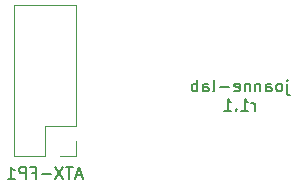
<source format=gbr>
%TF.GenerationSoftware,KiCad,Pcbnew,7.0.9-1.fc39*%
%TF.CreationDate,2023-12-29T10:13:10-08:00*%
%TF.ProjectId,supermicro-ATX-PCB,73757065-726d-4696-9372-6f2d4154582d,rev?*%
%TF.SameCoordinates,Original*%
%TF.FileFunction,Legend,Bot*%
%TF.FilePolarity,Positive*%
%FSLAX46Y46*%
G04 Gerber Fmt 4.6, Leading zero omitted, Abs format (unit mm)*
G04 Created by KiCad (PCBNEW 7.0.9-1.fc39) date 2023-12-29 10:13:10*
%MOMM*%
%LPD*%
G01*
G04 APERTURE LIST*
%ADD10C,0.150000*%
%ADD11C,0.120000*%
G04 APERTURE END LIST*
D10*
X123403809Y-73913152D02*
X123403809Y-74770295D01*
X123403809Y-74770295D02*
X123451428Y-74865533D01*
X123451428Y-74865533D02*
X123546666Y-74913152D01*
X123546666Y-74913152D02*
X123594285Y-74913152D01*
X123403809Y-73579819D02*
X123451428Y-73627438D01*
X123451428Y-73627438D02*
X123403809Y-73675057D01*
X123403809Y-73675057D02*
X123356190Y-73627438D01*
X123356190Y-73627438D02*
X123403809Y-73579819D01*
X123403809Y-73579819D02*
X123403809Y-73675057D01*
X122784762Y-74579819D02*
X122880000Y-74532200D01*
X122880000Y-74532200D02*
X122927619Y-74484580D01*
X122927619Y-74484580D02*
X122975238Y-74389342D01*
X122975238Y-74389342D02*
X122975238Y-74103628D01*
X122975238Y-74103628D02*
X122927619Y-74008390D01*
X122927619Y-74008390D02*
X122880000Y-73960771D01*
X122880000Y-73960771D02*
X122784762Y-73913152D01*
X122784762Y-73913152D02*
X122641905Y-73913152D01*
X122641905Y-73913152D02*
X122546667Y-73960771D01*
X122546667Y-73960771D02*
X122499048Y-74008390D01*
X122499048Y-74008390D02*
X122451429Y-74103628D01*
X122451429Y-74103628D02*
X122451429Y-74389342D01*
X122451429Y-74389342D02*
X122499048Y-74484580D01*
X122499048Y-74484580D02*
X122546667Y-74532200D01*
X122546667Y-74532200D02*
X122641905Y-74579819D01*
X122641905Y-74579819D02*
X122784762Y-74579819D01*
X121594286Y-74579819D02*
X121594286Y-74056009D01*
X121594286Y-74056009D02*
X121641905Y-73960771D01*
X121641905Y-73960771D02*
X121737143Y-73913152D01*
X121737143Y-73913152D02*
X121927619Y-73913152D01*
X121927619Y-73913152D02*
X122022857Y-73960771D01*
X121594286Y-74532200D02*
X121689524Y-74579819D01*
X121689524Y-74579819D02*
X121927619Y-74579819D01*
X121927619Y-74579819D02*
X122022857Y-74532200D01*
X122022857Y-74532200D02*
X122070476Y-74436961D01*
X122070476Y-74436961D02*
X122070476Y-74341723D01*
X122070476Y-74341723D02*
X122022857Y-74246485D01*
X122022857Y-74246485D02*
X121927619Y-74198866D01*
X121927619Y-74198866D02*
X121689524Y-74198866D01*
X121689524Y-74198866D02*
X121594286Y-74151247D01*
X121118095Y-73913152D02*
X121118095Y-74579819D01*
X121118095Y-74008390D02*
X121070476Y-73960771D01*
X121070476Y-73960771D02*
X120975238Y-73913152D01*
X120975238Y-73913152D02*
X120832381Y-73913152D01*
X120832381Y-73913152D02*
X120737143Y-73960771D01*
X120737143Y-73960771D02*
X120689524Y-74056009D01*
X120689524Y-74056009D02*
X120689524Y-74579819D01*
X120213333Y-73913152D02*
X120213333Y-74579819D01*
X120213333Y-74008390D02*
X120165714Y-73960771D01*
X120165714Y-73960771D02*
X120070476Y-73913152D01*
X120070476Y-73913152D02*
X119927619Y-73913152D01*
X119927619Y-73913152D02*
X119832381Y-73960771D01*
X119832381Y-73960771D02*
X119784762Y-74056009D01*
X119784762Y-74056009D02*
X119784762Y-74579819D01*
X118927619Y-74532200D02*
X119022857Y-74579819D01*
X119022857Y-74579819D02*
X119213333Y-74579819D01*
X119213333Y-74579819D02*
X119308571Y-74532200D01*
X119308571Y-74532200D02*
X119356190Y-74436961D01*
X119356190Y-74436961D02*
X119356190Y-74056009D01*
X119356190Y-74056009D02*
X119308571Y-73960771D01*
X119308571Y-73960771D02*
X119213333Y-73913152D01*
X119213333Y-73913152D02*
X119022857Y-73913152D01*
X119022857Y-73913152D02*
X118927619Y-73960771D01*
X118927619Y-73960771D02*
X118880000Y-74056009D01*
X118880000Y-74056009D02*
X118880000Y-74151247D01*
X118880000Y-74151247D02*
X119356190Y-74246485D01*
X118451428Y-74198866D02*
X117689524Y-74198866D01*
X117070476Y-74579819D02*
X117165714Y-74532200D01*
X117165714Y-74532200D02*
X117213333Y-74436961D01*
X117213333Y-74436961D02*
X117213333Y-73579819D01*
X116260952Y-74579819D02*
X116260952Y-74056009D01*
X116260952Y-74056009D02*
X116308571Y-73960771D01*
X116308571Y-73960771D02*
X116403809Y-73913152D01*
X116403809Y-73913152D02*
X116594285Y-73913152D01*
X116594285Y-73913152D02*
X116689523Y-73960771D01*
X116260952Y-74532200D02*
X116356190Y-74579819D01*
X116356190Y-74579819D02*
X116594285Y-74579819D01*
X116594285Y-74579819D02*
X116689523Y-74532200D01*
X116689523Y-74532200D02*
X116737142Y-74436961D01*
X116737142Y-74436961D02*
X116737142Y-74341723D01*
X116737142Y-74341723D02*
X116689523Y-74246485D01*
X116689523Y-74246485D02*
X116594285Y-74198866D01*
X116594285Y-74198866D02*
X116356190Y-74198866D01*
X116356190Y-74198866D02*
X116260952Y-74151247D01*
X115784761Y-74579819D02*
X115784761Y-73579819D01*
X115784761Y-73960771D02*
X115689523Y-73913152D01*
X115689523Y-73913152D02*
X115499047Y-73913152D01*
X115499047Y-73913152D02*
X115403809Y-73960771D01*
X115403809Y-73960771D02*
X115356190Y-74008390D01*
X115356190Y-74008390D02*
X115308571Y-74103628D01*
X115308571Y-74103628D02*
X115308571Y-74389342D01*
X115308571Y-74389342D02*
X115356190Y-74484580D01*
X115356190Y-74484580D02*
X115403809Y-74532200D01*
X115403809Y-74532200D02*
X115499047Y-74579819D01*
X115499047Y-74579819D02*
X115689523Y-74579819D01*
X115689523Y-74579819D02*
X115784761Y-74532200D01*
X120641904Y-76189819D02*
X120641904Y-75523152D01*
X120641904Y-75713628D02*
X120594285Y-75618390D01*
X120594285Y-75618390D02*
X120546666Y-75570771D01*
X120546666Y-75570771D02*
X120451428Y-75523152D01*
X120451428Y-75523152D02*
X120356190Y-75523152D01*
X119499047Y-76189819D02*
X120070475Y-76189819D01*
X119784761Y-76189819D02*
X119784761Y-75189819D01*
X119784761Y-75189819D02*
X119879999Y-75332676D01*
X119879999Y-75332676D02*
X119975237Y-75427914D01*
X119975237Y-75427914D02*
X120070475Y-75475533D01*
X119070475Y-76094580D02*
X119022856Y-76142200D01*
X119022856Y-76142200D02*
X119070475Y-76189819D01*
X119070475Y-76189819D02*
X119118094Y-76142200D01*
X119118094Y-76142200D02*
X119070475Y-76094580D01*
X119070475Y-76094580D02*
X119070475Y-76189819D01*
X118070476Y-76189819D02*
X118641904Y-76189819D01*
X118356190Y-76189819D02*
X118356190Y-75189819D01*
X118356190Y-75189819D02*
X118451428Y-75332676D01*
X118451428Y-75332676D02*
X118546666Y-75427914D01*
X118546666Y-75427914D02*
X118641904Y-75475533D01*
X105989047Y-81679104D02*
X105512857Y-81679104D01*
X106084285Y-81964819D02*
X105750952Y-80964819D01*
X105750952Y-80964819D02*
X105417619Y-81964819D01*
X105227142Y-80964819D02*
X104655714Y-80964819D01*
X104941428Y-81964819D02*
X104941428Y-80964819D01*
X104417618Y-80964819D02*
X103750952Y-81964819D01*
X103750952Y-80964819D02*
X104417618Y-81964819D01*
X103369999Y-81583866D02*
X102608095Y-81583866D01*
X101798571Y-81441009D02*
X102131904Y-81441009D01*
X102131904Y-81964819D02*
X102131904Y-80964819D01*
X102131904Y-80964819D02*
X101655714Y-80964819D01*
X101274761Y-81964819D02*
X101274761Y-80964819D01*
X101274761Y-80964819D02*
X100893809Y-80964819D01*
X100893809Y-80964819D02*
X100798571Y-81012438D01*
X100798571Y-81012438D02*
X100750952Y-81060057D01*
X100750952Y-81060057D02*
X100703333Y-81155295D01*
X100703333Y-81155295D02*
X100703333Y-81298152D01*
X100703333Y-81298152D02*
X100750952Y-81393390D01*
X100750952Y-81393390D02*
X100798571Y-81441009D01*
X100798571Y-81441009D02*
X100893809Y-81488628D01*
X100893809Y-81488628D02*
X101274761Y-81488628D01*
X99750952Y-81964819D02*
X100322380Y-81964819D01*
X100036666Y-81964819D02*
X100036666Y-80964819D01*
X100036666Y-80964819D02*
X100131904Y-81107676D01*
X100131904Y-81107676D02*
X100227142Y-81202914D01*
X100227142Y-81202914D02*
X100322380Y-81250533D01*
D11*
%TO.C,ATX-FP1*%
X100270000Y-67250000D02*
X105470000Y-67250000D01*
X100270000Y-80070000D02*
X100270000Y-67250000D01*
X100270000Y-80070000D02*
X102870000Y-80070000D01*
X102870000Y-77470000D02*
X105470000Y-77470000D01*
X102870000Y-80070000D02*
X102870000Y-77470000D01*
X104140000Y-80070000D02*
X105470000Y-80070000D01*
X105470000Y-77470000D02*
X105470000Y-67250000D01*
X105470000Y-80070000D02*
X105470000Y-78740000D01*
%TD*%
M02*

</source>
